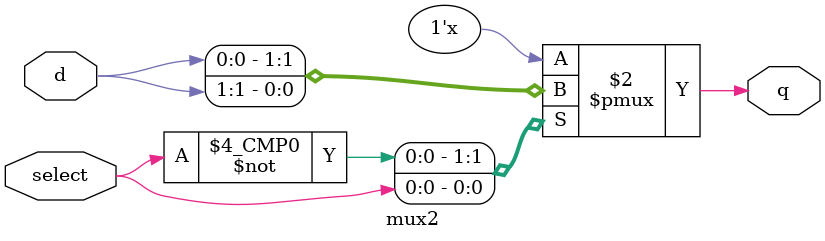
<source format=v>
module mux2( select, d, q );

input select;
input[1:0] d;
output     q;

reg       q;
wire	  select;
wire[1:0] d;

always @( select or d )
begin
   case( select )
       0 : q = d[0];
       1 : q = d[1];
   endcase
end

endmodule

</source>
